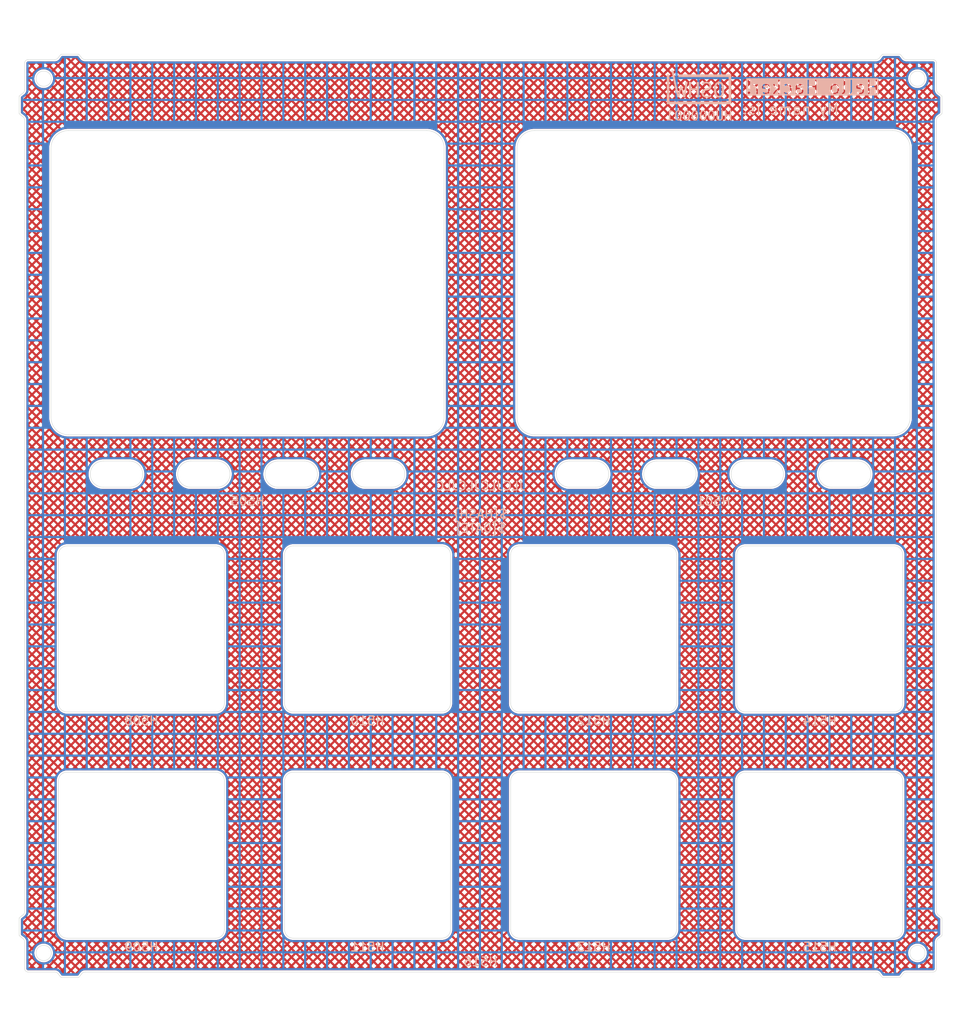
<source format=kicad_pcb>
(kicad_pcb (version 20240108) (generator "pcbnew") (generator_version "8.0")
  (layers (0 "F.Cu" signal) (31 "B.Cu" signal) (34 "B.Paste" user) (35 "F.Paste" user) (36 "B.SilkS" user "B.Silkscreen") (37 "F.SilkS" user "F.Silkscreen") (38 "B.Mask" user) (39 "F.Mask" user) (44 "Edge.Cuts" user))
  (net 0 "")
  (footprint "suku_basics:FP_BUTTON" (layer "F.Cu") (at 87.061875 138.814375)
    (property "Reference" "H511" (at 0 10.5 0) (layer "B.SilkS") (effects (justify mirror)))
    (property "Value" "Button")
    (fp_line (start -9.5 8.5) (end -9.5 -8.5) (stroke (width 0.05)) (layer "Edge.Cuts"))
    (fp_line (start -8.5 -9.5) (end 8.5 -9.5) (stroke (width 0.05)) (layer "Edge.Cuts"))
    (fp_line (start 8.5 9.5) (end -8.5 9.5) (stroke (width 0.05)) (layer "Edge.Cuts"))
    (fp_line (start 9.5 -8.5) (end 9.5 8.5) (stroke (width 0.05)) (layer "Edge.Cuts"))
    (fp_arc (start -9.5 -8.5) (mid -9.207089 -9.207089) (end -8.5 -9.5) (stroke (width 0.05)) (layer "Edge.Cuts"))
    (fp_arc (start -8.5 9.5) (mid -9.207114 9.207114) (end -9.5 8.5) (stroke (width 0.05)) (layer "Edge.Cuts"))
    (fp_arc (start 8.5 -9.5) (mid 9.207107 -9.207107) (end 9.5 -8.5) (stroke (width 0.05)) (layer "Edge.Cuts"))
    (fp_arc (start 9.5 8.5) (mid 9.207124 9.207124) (end 8.5 9.5) (stroke (width 0.05)) (layer "Edge.Cuts"))
  )
  (footprint "suku_basics:FP_BUTTON" (layer "F.Cu") (at 138.814375 112.938125)
    (property "Reference" "H514" (at 0 10.5 0) (layer "B.SilkS") (effects (justify mirror)))
    (property "Value" "Button")
    (fp_line (start -9.5 8.5) (end -9.5 -8.5) (stroke (width 0.05)) (layer "Edge.Cuts"))
    (fp_line (start -8.5 -9.5) (end 8.5 -9.5) (stroke (width 0.05)) (layer "Edge.Cuts"))
    (fp_line (start 8.5 9.5) (end -8.5 9.5) (stroke (width 0.05)) (layer "Edge.Cuts"))
    (fp_line (start 9.5 -8.5) (end 9.5 8.5) (stroke (width 0.05)) (layer "Edge.Cuts"))
    (fp_arc (start -9.5 -8.5) (mid -9.207089 -9.207089) (end -8.5 -9.5) (stroke (width 0.05)) (layer "Edge.Cuts"))
    (fp_arc (start -8.5 9.5) (mid -9.207114 9.207114) (end -9.5 8.5) (stroke (width 0.05)) (layer "Edge.Cuts"))
    (fp_arc (start 8.5 -9.5) (mid 9.207107 -9.207107) (end 9.5 -8.5) (stroke (width 0.05)) (layer "Edge.Cuts"))
    (fp_arc (start 9.5 8.5) (mid 9.207124 9.207124) (end 8.5 9.5) (stroke (width 0.05)) (layer "Edge.Cuts"))
  )
  (footprint "suku_basics:FP_BUTTON" (layer "F.Cu") (at 61.185625 138.814375)
    (property "Reference" "H509" (at 0 10.5 0) (layer "B.SilkS") (effects (justify mirror)))
    (property "Value" "Button")
    (fp_line (start -9.5 8.5) (end -9.5 -8.5) (stroke (width 0.05)) (layer "Edge.Cuts"))
    (fp_line (start -8.5 -9.5) (end 8.5 -9.5) (stroke (width 0.05)) (layer "Edge.Cuts"))
    (fp_line (start 8.5 9.5) (end -8.5 9.5) (stroke (width 0.05)) (layer "Edge.Cuts"))
    (fp_line (start 9.5 -8.5) (end 9.5 8.5) (stroke (width 0.05)) (layer "Edge.Cuts"))
    (fp_arc (start -9.5 -8.5) (mid -9.207089 -9.207089) (end -8.5 -9.5) (stroke (width 0.05)) (layer "Edge.Cuts"))
    (fp_arc (start -8.5 9.5) (mid -9.207114 9.207114) (end -9.5 8.5) (stroke (width 0.05)) (layer "Edge.Cuts"))
    (fp_arc (start 8.5 -9.5) (mid 9.207107 -9.207107) (end 9.5 -8.5) (stroke (width 0.05)) (layer "Edge.Cuts"))
    (fp_arc (start 9.5 8.5) (mid 9.207124 9.207124) (end 8.5 9.5) (stroke (width 0.05)) (layer "Edge.Cuts"))
  )
  (footprint "suku_basics:FP_BUTTON" (layer "F.Cu") (at 87.061875 112.938125)
    (property "Reference" "H510" (at 0 10.5 0) (layer "B.SilkS") (effects (justify mirror)))
    (property "Value" "Button")
    (fp_line (start -9.5 8.5) (end -9.5 -8.5) (stroke (width 0.05)) (layer "Edge.Cuts"))
    (fp_line (start -8.5 -9.5) (end 8.5 -9.5) (stroke (width 0.05)) (layer "Edge.Cuts"))
    (fp_line (start 8.5 9.5) (end -8.5 9.5) (stroke (width 0.05)) (layer "Edge.Cuts"))
    (fp_line (start 9.5 -8.5) (end 9.5 8.5) (stroke (width 0.05)) (layer "Edge.Cuts"))
    (fp_arc (start -9.5 -8.5) (mid -9.207089 -9.207089) (end -8.5 -9.5) (stroke (width 0.05)) (layer "Edge.Cuts"))
    (fp_arc (start -8.5 9.5) (mid -9.207114 9.207114) (end -9.5 8.5) (stroke (width 0.05)) (layer "Edge.Cuts"))
    (fp_arc (start 8.5 -9.5) (mid 9.207107 -9.207107) (end 9.5 -8.5) (stroke (width 0.05)) (layer "Edge.Cuts"))
    (fp_arc (start 9.5 8.5) (mid 9.207124 9.207124) (end 8.5 9.5) (stroke (width 0.05)) (layer "Edge.Cuts"))
  )
  (footprint "suku_basics:FP_OUTLINE_2" (layer "F.Cu") (at 100 100)
    (property "Reference" "H516" (at 0 51 0) (layer "B.SilkS") (effects (justify mirror)))
    (property "Value" "Outline")
    (fp_line (start -52.799999 -46.000001) (end -52.799999 -47.999999) (stroke (width 0.05)) (layer "Edge.Cuts"))
    (fp_line (start -52.799999 46.000001) (end -52.799999 47.999999) (stroke (width 0.05)) (layer "Edge.Cuts"))
    (fp_line (start -52.391736 -48.337979) (end -52.52462 -48.23693) (stroke (width 0.05)) (layer "Edge.Cuts"))
    (fp_line (start -52.391736 -45.662021) (end -52.52462 -45.76307) (stroke (width 0.05)) (layer "Edge.Cuts"))
    (fp_line (start -52.391736 45.662021) (end -52.52462 45.76307) (stroke (width 0.05)) (layer "Edge.Cuts"))
    (fp_line (start -52.391736 48.337979) (end -52.52462 48.23693) (stroke (width 0.05)) (layer "Edge.Cuts"))
    (fp_line (start -52.175 -48.75) (end -52.175 -51.8) (stroke (width 0.05)) (layer "Edge.Cuts"))
    (fp_line (start -52.175 45.25) (end -52.175 -45.25) (stroke (width 0.05)) (layer "Edge.Cuts"))
    (fp_line (start -52.175 48.75) (end -52.175 51.8) (stroke (width 0.05)) (layer "Edge.Cuts"))
    (fp_line (start -48.75 -52.175) (end -51.8 -52.175) (stroke (width 0.05)) (layer "Edge.Cuts"))
    (fp_line (start -48.75 52.175) (end -51.8 52.175) (stroke (width 0.05)) (layer "Edge.Cuts"))
    (fp_line (start -48.337979 -52.391736) (end -48.23693 -52.52462) (stroke (width 0.05)) (layer "Edge.Cuts"))
    (fp_line (start -48.337979 52.391736) (end -48.23693 52.52462) (stroke (width 0.05)) (layer "Edge.Cuts"))
    (fp_line (start -46.000001 -52.799999) (end -47.999999 -52.799999) (stroke (width 0.05)) (layer "Edge.Cuts"))
    (fp_line (start -46.000001 52.799999) (end -47.999999 52.799999) (stroke (width 0.05)) (layer "Edge.Cuts"))
    (fp_line (start -45.662021 -52.391736) (end -45.76307 -52.52462) (stroke (width 0.05)) (layer "Edge.Cuts"))
    (fp_line (start -45.662021 52.391736) (end -45.76307 52.52462) (stroke (width 0.05)) (layer "Edge.Cuts"))
    (fp_line (start -45.25 -52.175) (end 45.25 -52.175) (stroke (width 0.05)) (layer "Edge.Cuts"))
    (fp_line (start 45.25 52.175) (end -45.25 52.175) (stroke (width 0.05)) (layer "Edge.Cuts"))
    (fp_line (start 45.662021 -52.391736) (end 45.76307 -52.52462) (stroke (width 0.05)) (layer "Edge.Cuts"))
    (fp_line (start 45.662021 52.391736) (end 45.76307 52.52462) (stroke (width 0.05)) (layer "Edge.Cuts"))
    (fp_line (start 46.000001 -52.799999) (end 47.999999 -52.799999) (stroke (width 0.05)) (layer "Edge.Cuts"))
    (fp_line (start 46.000001 52.799999) (end 47.999999 52.799999) (stroke (width 0.05)) (layer "Edge.Cuts"))
    (fp_line (start 48.337979 -52.391736) (end 48.23693 -52.52462) (stroke (width 0.05)) (layer "Edge.Cuts"))
    (fp_line (start 48.337979 52.391736) (end 48.23693 52.52462) (stroke (width 0.05)) (layer "Edge.Cuts"))
    (fp_line (start 48.75 -52.175) (end 51.8 -52.175) (stroke (width 0.05)) (layer "Edge.Cuts"))
    (fp_line (start 48.75 52.175) (end 51.8 52.175) (stroke (width 0.05)) (layer "Edge.Cuts"))
    (fp_line (start 52.175 -48.75) (end 52.175 -51.8) (stroke (width 0.05)) (layer "Edge.Cuts"))
    (fp_line (start 52.175 -45.25) (end 52.175 45.25) (stroke (width 0.05)) (layer "Edge.Cuts"))
    (fp_line (start 52.175 48.75) (end 52.175 51.8) (stroke (width 0.05)) (layer "Edge.Cuts"))
    (fp_line (start 52.391736 -48.337979) (end 52.52462 -48.23693) (stroke (width 0.05)) (layer "Edge.Cuts"))
    (fp_line (start 52.391736 -45.662021) (end 52.52462 -45.76307) (stroke (width 0.05)) (layer "Edge.Cuts"))
    (fp_line (start 52.391736 45.662021) (end 52.52462 45.76307) (stroke (width 0.05)) (layer "Edge.Cuts"))
    (fp_line (start 52.391736 48.337979) (end 52.52462 48.23693) (stroke (width 0.05)) (layer "Edge.Cuts"))
    (fp_line (start 52.799999 -46.000001) (end 52.799999 -47.999999) (stroke (width 0.05)) (layer "Edge.Cuts"))
    (fp_line (start 52.799999 46.000001) (end 52.799999 47.999999) (stroke (width 0.05)) (layer "Edge.Cuts"))
    (fp_arc (start -52.799999 -47.999999) (mid -52.669574 -48.126908) (end -52.52462 -48.23693) (stroke (width 0.05)) (layer "Edge.Cuts"))
    (fp_arc (start -52.799999 46.000001) (mid -52.669574 45.873092) (end -52.52462 45.76307) (stroke (width 0.05)) (layer "Edge.Cuts"))
    (fp_arc (start -52.52462 -45.76307) (mid -52.669574 -45.873092) (end -52.799999 -46.000001) (stroke (width 0.05)) (layer "Edge.Cuts"))
    (fp_arc (start -52.52462 48.23693) (mid -52.669574 48.126908) (end -52.799999 47.999999) (stroke (width 0.05)) (layer "Edge.Cuts"))
    (fp_arc (start -52.391736 -45.662021) (mid -52.232489 -45.482774) (end -52.175 -45.25) (stroke (width 0.05)) (layer "Edge.Cuts"))
    (fp_arc (start -52.391736 48.337979) (mid -52.232489 48.517226) (end -52.175 48.75) (stroke (width 0.05)) (layer "Edge.Cuts"))
    (fp_arc (start -52.175 -51.8) (mid -52.065165 -52.065165) (end -51.8 -52.175) (stroke (width 0.05)) (layer "Edge.Cuts"))
    (fp_arc (start -52.175 -48.75) (mid -52.232489 -48.517226) (end -52.391736 -48.337979) (stroke (width 0.05)) (layer "Edge.Cuts"))
    (fp_arc (start -52.175 45.25) (mid -52.232489 45.482774) (end -52.391736 45.662021) (stroke (width 0.05)) (layer "Edge.Cuts"))
    (fp_arc (start -51.8 52.175) (mid -52.065165 52.065165) (end -52.175 51.8) (stroke (width 0.05)) (layer "Edge.Cuts"))
    (fp_arc (start -48.75 52.175) (mid -48.517226 52.232489) (end -48.337979 52.391736) (stroke (width 0.05)) (layer "Edge.Cuts"))
    (fp_arc (start -48.337979 -52.391736) (mid -48.517226 -52.232489) (end -48.75 -52.175) (stroke (width 0.05)) (layer "Edge.Cuts"))
    (fp_arc (start -48.23693 -52.52462) (mid -48.126908 -52.669574) (end -47.999999 -52.799999) (stroke (width 0.05)) (layer "Edge.Cuts"))
    (fp_arc (start -47.999999 52.799999) (mid -48.126908 52.669574) (end -48.23693 52.52462) (stroke (width 0.05)) (layer "Edge.Cuts"))
    (fp_arc (start -46.000001 -52.799999) (mid -45.873092 -52.669574) (end -45.76307 -52.52462) (stroke (width 0.05)) (layer "Edge.Cuts"))
    (fp_arc (start -45.76307 52.52462) (mid -45.873092 52.669574) (end -46.000001 52.799999) (stroke (width 0.05)) (layer "Edge.Cuts"))
    (fp_arc (start -45.662021 52.391736) (mid -45.482774 52.232489) (end -45.25 52.175) (stroke (width 0.05)) (layer "Edge.Cuts"))
    (fp_arc (start -45.25 -52.175) (mid -45.482774 -52.232489) (end -45.662021 -52.391736) (stroke (width 0.05)) (layer "Edge.Cuts"))
    (fp_arc (start 45.25 52.175) (mid 45.482775 52.232489) (end 45.662021 52.391736) (stroke (width 0.05)) (layer "Edge.Cuts"))
    (fp_arc (start 45.662021 -52.391736) (mid 45.482774 -52.232489) (end 45.25 -52.175) (stroke (width 0.05)) (layer "Edge.Cuts"))
    (fp_arc (start 45.76307 -52.52462) (mid 45.873092 -52.669574) (end 46.000001 -52.799999) (stroke (width 0.05)) (layer "Edge.Cuts"))
    (fp_arc (start 46.000001 52.799999) (mid 45.873092 52.669574) (end 45.76307 52.52462) (stroke (width 0.05)) (layer "Edge.Cuts"))
    (fp_arc (start 47.999999 -52.799999) (mid 48.126908 -52.669574) (end 48.23693 -52.52462) (stroke (width 0.05)) (layer "Edge.Cuts"))
    (fp_arc (start 48.23693 52.52462) (mid 48.126908 52.669574) (end 47.999999 52.799999) (stroke (width 0.05)) (layer "Edge.Cuts"))
    (fp_arc (start 48.337979 52.391736) (mid 48.517226 52.232489) (end 48.75 52.175) (stroke (width 0.05)) (layer "Edge.Cuts"))
    (fp_arc (start 48.75 -52.175) (mid 48.517225 -52.232489) (end 48.337979 -52.391736) (stroke (width 0.05)) (layer "Edge.Cuts"))
    (fp_arc (start 51.8 -52.175) (mid 52.065165 -52.065165) (end 52.175 -51.8) (stroke (width 0.05)) (layer "Edge.Cuts"))
    (fp_arc (start 52.175 -45.25) (mid 52.232489 -45.482775) (end 52.391736 -45.662021) (stroke (width 0.05)) (layer "Edge.Cuts"))
    (fp_arc (start 52.175 48.75) (mid 52.232489 48.517225) (end 52.391736 48.337979) (stroke (width 0.05)) (layer "Edge.Cuts"))
    (fp_arc (start 52.175 51.8) (mid 52.065165 52.065165) (end 51.8 52.175) (stroke (width 0.05)) (layer "Edge.Cuts"))
    (fp_arc (start 52.391736 -48.337979) (mid 52.232489 -48.517226) (end 52.175 -48.75) (stroke (width 0.05)) (layer "Edge.Cuts"))
    (fp_arc (start 52.391736 45.662021) (mid 52.232489 45.482774) (end 52.175 45.25) (stroke (width 0.05)) (layer "Edge.Cuts"))
    (fp_arc (start 52.52462 -48.23693) (mid 52.669574 -48.126908) (end 52.799999 -47.999999) (stroke (width 0.05)) (layer "Edge.Cuts"))
    (fp_arc (start 52.52462 45.76307) (mid 52.669574 45.873092) (end 52.799999 46.000001) (stroke (width 0.05)) (layer "Edge.Cuts"))
    (fp_arc (start 52.799999 -46.000001) (mid 52.669574 -45.873092) (end 52.52462 -45.76307) (stroke (width 0.05)) (layer "Edge.Cuts"))
    (fp_arc (start 52.799999 47.999999) (mid 52.669574 48.126908) (end 52.52462 48.23693) (stroke (width 0.05)) (layer "Edge.Cuts"))
    (fp_circle (center -50 -50) (end -49.125 -50) (stroke (width 0.05)) (fill none) (layer "Edge.Cuts"))
    (fp_circle (center -50 50) (end -49.125 50) (stroke (width 0.05)) (fill none) (layer "Edge.Cuts"))
    (fp_circle (center 50 -50) (end 50.875 -50) (stroke (width 0.05)) (fill none) (layer "Edge.Cuts"))
    (fp_circle (center 50 50) (end 50.875 50) (stroke (width 0.05)) (fill none) (layer "Edge.Cuts"))
  )
  (footprint "suku_basics:FP_SCREEN" (layer "F.Cu") (at 73.33 73.33)
    (property "Reference" "H505" (at 0 25 0) (layer "B.SilkS") (effects (justify mirror)))
    (property "Value" "Screen")
    (fp_line (start -22.5 15.4) (end -22.5 -15.4) (stroke (width 0.05)) (layer "Edge.Cuts"))
    (fp_line (start -20.5 -17.4) (end 20.5 -17.4) (stroke (width 0.05)) (layer "Edge.Cuts"))
    (fp_line (start -16.5 20.4) (end -13.5 20.4) (stroke (width 0.05)) (layer "Edge.Cuts"))
    (fp_line (start -13.5 23.4) (end -16.5 23.4) (stroke (width 0.05)) (layer "Edge.Cuts"))
    (fp_line (start -6.5 20.4) (end -3.5 20.4) (stroke (width 0.05)) (layer "Edge.Cuts"))
    (fp_line (start -3.5 23.4) (end -6.5 23.4) (stroke (width 0.05)) (layer "Edge.Cuts"))
    (fp_line (start 3.5 20.4) (end 6.5 20.4) (stroke (width 0.05)) (layer "Edge.Cuts"))
    (fp_line (start 6.5 23.4) (end 3.5 23.4) (stroke (width 0.05)) (layer "Edge.Cuts"))
    (fp_line (start 13.5 20.4) (end 16.5 20.4) (stroke (width 0.05)) (layer "Edge.Cuts"))
    (fp_line (start 16.5 23.4) (end 13.5 23.4) (stroke (width 0.05)) (layer "Edge.Cuts"))
    (fp_line (start 20.5 17.4) (end -20.5 17.4) (stroke (width 0.05)) (layer "Edge.Cuts"))
    (fp_line (start 22.5 -15.4) (end 22.5 15.4) (stroke (width 0.05)) (layer "Edge.Cuts"))
    (fp_arc (start -22.5 -15.4) (mid -21.914214 -16.814214) (end -20.5 -17.4) (stroke (width 0.05)) (layer "Edge.Cuts"))
    (fp_arc (start -20.5 17.4) (mid -21.914214 16.814214) (end -22.5 15.4) (stroke (width 0.05)) (layer "Edge.Cuts"))
    (fp_arc (start -18 21.9) (mid -17.56066 20.83934) (end -16.5 20.4) (stroke (width 0.05)) (layer "Edge.Cuts"))
    (fp_arc (start -16.5 23.4) (mid -17.56066 22.96066) (end -18 21.9) (stroke (width 0.05)) (layer "Edge.Cuts"))
    (fp_arc (start -13.5 20.4) (mid -12.43934 20.83934) (end -12 21.9) (stroke (width 0.05)) (layer "Edge.Cuts"))
    (fp_arc (start -12 21.9) (mid -12.43934 22.96066) (end -13.5 23.4) (stroke (width 0.05)) (layer "Edge.Cuts"))
    (fp_arc (start -8 21.9) (mid -7.56066 20.83934) (end -6.5 20.4) (stroke (width 0.05)) (layer "Edge.Cuts"))
    (fp_arc (start -6.5 23.4) (mid -7.56066 22.96066) (end -8 21.9) (stroke (width 0.05)) (layer "Edge.Cuts"))
    (fp_arc (start -3.5 20.4) (mid -2.43934 20.83934) (end -2 21.9) (stroke (width 0.05)) (layer "Edge.Cuts"))
    (fp_arc (start -2 21.9) (mid -2.43934 22.96066) (end -3.5 23.4) (stroke (width 0.05)) (layer "Edge.Cuts"))
    (fp_arc (start 2 21.9) (mid 2.43934 20.83934) (end 3.5 20.4) (stroke (width 0.05)) (layer "Edge.Cuts"))
    (fp_arc (start 3.5 23.4) (mid 2.43934 22.96066) (end 2 21.9) (stroke (width 0.05)) (layer "Edge.Cuts"))
    (fp_arc (start 6.5 20.4) (mid 7.56066 20.83934) (end 8 21.9) (stroke (width 0.05)) (layer "Edge.Cuts"))
    (fp_arc (start 8 21.9) (mid 7.56066 22.96066) (end 6.5 23.4) (stroke (width 0.05)) (layer "Edge.Cuts"))
    (fp_arc (start 12 21.9) (mid 12.43934 20.83934) (end 13.5 20.4) (stroke (width 0.05)) (layer "Edge.Cuts"))
    (fp_arc (start 13.5 23.4) (mid 12.43934 22.96066) (end 12 21.9) (stroke (width 0.05)) (layer "Edge.Cuts"))
    (fp_arc (start 16.5 20.4) (mid 17.56066 20.83934) (end 18 21.9) (stroke (width 0.05)) (layer "Edge.Cuts"))
    (fp_arc (start 18 21.9) (mid 17.56066 22.96066) (end 16.5 23.4) (stroke (width 0.05)) (layer "Edge.Cuts"))
    (fp_arc (start 20.5 -17.4) (mid 21.914214 -16.814214) (end 22.5 -15.4) (stroke (width 0.05)) (layer "Edge.Cuts"))
    (fp_arc (start 22.5 15.4) (mid 21.914214 16.814214) (end 20.5 17.4) (stroke (width 0.05)) (layer "Edge.Cuts"))
  )
  (footprint "suku_basics:FP_BUTTON" (layer "F.Cu") (at 112.938125 112.938125)
    (property "Reference" "H512" (at 0 10.5 0) (layer "B.SilkS") (effects (justify mirror)))
    (property "Value" "Button")
    (fp_line (start -9.5 8.5) (end -9.5 -8.5) (stroke (width 0.05)) (layer "Edge.Cuts"))
    (fp_line (start -8.5 -9.5) (end 8.5 -9.5) (stroke (width 0.05)) (layer "Edge.Cuts"))
    (fp_line (start 8.5 9.5) (end -8.5 9.5) (stroke (width 0.05)) (layer "Edge.Cuts"))
    (fp_line (start 9.5 -8.5) (end 9.5 8.5) (stroke (width 0.05)) (layer "Edge.Cuts"))
    (fp_arc (start -9.5 -8.5) (mid -9.207089 -9.207089) (end -8.5 -9.5) (stroke (width 0.05)) (layer "Edge.Cuts"))
    (fp_arc (start -8.5 9.5) (mid -9.207114 9.207114) (end -9.5 8.5) (stroke (width 0.05)) (layer "Edge.Cuts"))
    (fp_arc (start 8.5 -9.5) (mid 9.207107 -9.207107) (end 9.5 -8.5) (stroke (width 0.05)) (layer "Edge.Cuts"))
    (fp_arc (start 9.5 8.5) (mid 9.207124 9.207124) (end 8.5 9.5) (stroke (width 0.05)) (layer "Edge.Cuts"))
  )
  (footprint "suku_basics:FP_SCREEN" (layer "F.Cu") (at 126.67 73.33)
    (property "Reference" "H501" (at 0 25 0) (layer "B.SilkS") (effects (justify mirror)))
    (property "Value" "Screen")
    (fp_line (start -22.5 15.4) (end -22.5 -15.4) (stroke (width 0.05)) (layer "Edge.Cuts"))
    (fp_line (start -20.5 -17.4) (end 20.5 -17.4) (stroke (width 0.05)) (layer "Edge.Cuts"))
    (fp_line (start -16.5 20.4) (end -13.5 20.4) (stroke (width 0.05)) (layer "Edge.Cuts"))
    (fp_line (start -13.5 23.4) (end -16.5 23.4) (stroke (width 0.05)) (layer "Edge.Cuts"))
    (fp_line (start -6.5 20.4) (end -3.5 20.4) (stroke (width 0.05)) (layer "Edge.Cuts"))
    (fp_line (start -3.5 23.4) (end -6.5 23.4) (stroke (width 0.05)) (layer "Edge.Cuts"))
    (fp_line (start 3.5 20.4) (end 6.5 20.4) (stroke (width 0.05)) (layer "Edge.Cuts"))
    (fp_line (start 6.5 23.4) (end 3.5 23.4) (stroke (width 0.05)) (layer "Edge.Cuts"))
    (fp_line (start 13.5 20.4) (end 16.5 20.4) (stroke (width 0.05)) (layer "Edge.Cuts"))
    (fp_line (start 16.5 23.4) (end 13.5 23.4) (stroke (width 0.05)) (layer "Edge.Cuts"))
    (fp_line (start 20.5 17.4) (end -20.5 17.4) (stroke (width 0.05)) (layer "Edge.Cuts"))
    (fp_line (start 22.5 -15.4) (end 22.5 15.4) (stroke (width 0.05)) (layer "Edge.Cuts"))
    (fp_arc (start -22.5 -15.4) (mid -21.914214 -16.814214) (end -20.5 -17.4) (stroke (width 0.05)) (layer "Edge.Cuts"))
    (fp_arc (start -20.5 17.4) (mid -21.914214 16.814214) (end -22.5 15.4) (stroke (width 0.05)) (layer "Edge.Cuts"))
    (fp_arc (start -18 21.9) (mid -17.56066 20.83934) (end -16.5 20.4) (stroke (width 0.05)) (layer "Edge.Cuts"))
    (fp_arc (start -16.5 23.4) (mid -17.56066 22.96066) (end -18 21.9) (stroke (width 0.05)) (layer "Edge.Cuts"))
    (fp_arc (start -13.5 20.4) (mid -12.43934 20.83934) (end -12 21.9) (stroke (width 0.05)) (layer "Edge.Cuts"))
    (fp_arc (start -12 21.9) (mid -12.43934 22.96066) (end -13.5 23.4) (stroke (width 0.05)) (layer "Edge.Cuts"))
    (fp_arc (start -8 21.9) (mid -7.56066 20.83934) (end -6.5 20.4) (stroke (width 0.05)) (layer "Edge.Cuts"))
    (fp_arc (start -6.5 23.4) (mid -7.56066 22.96066) (end -8 21.9) (stroke (width 0.05)) (layer "Edge.Cuts"))
    (fp_arc (start -3.5 20.4) (mid -2.43934 20.83934) (end -2 21.9) (stroke (width 0.05)) (layer "Edge.Cuts"))
    (fp_arc (start -2 21.9) (mid -2.43934 22.96066) (end -3.5 23.4) (stroke (width 0.05)) (layer "Edge.Cuts"))
    (fp_arc (start 2 21.9) (mid 2.43934 20.83934) (end 3.5 20.4) (stroke (width 0.05)) (layer "Edge.Cuts"))
    (fp_arc (start 3.5 23.4) (mid 2.43934 22.96066) (end 2 21.9) (stroke (width 0.05)) (layer "Edge.Cuts"))
    (fp_arc (start 6.5 20.4) (mid 7.56066 20.83934) (end 8 21.9) (stroke (width 0.05)) (layer "Edge.Cuts"))
    (fp_arc (start 8 21.9) (mid 7.56066 22.96066) (end 6.5 23.4) (stroke (width 0.05)) (layer "Edge.Cuts"))
    (fp_arc (start 12 21.9) (mid 12.43934 20.83934) (end 13.5 20.4) (stroke (width 0.05)) (layer "Edge.Cuts"))
    (fp_arc (start 13.5 23.4) (mid 12.43934 22.96066) (end 12 21.9) (stroke (width 0.05)) (layer "Edge.Cuts"))
    (fp_arc (start 16.5 20.4) (mid 17.56066 20.83934) (end 18 21.9) (stroke (width 0.05)) (layer "Edge.Cuts"))
    (fp_arc (start 18 21.9) (mid 17.56066 22.96066) (end 16.5 23.4) (stroke (width 0.05)) (layer "Edge.Cuts"))
    (fp_arc (start 20.5 -17.4) (mid 21.914214 -16.814214) (end 22.5 -15.4) (stroke (width 0.05)) (layer "Edge.Cuts"))
    (fp_arc (start 22.5 15.4) (mid 21.914214 16.814214) (end 20.5 17.4) (stroke (width 0.05)) (layer "Edge.Cuts"))
  )
  (footprint "suku_basics:FP_BUTTON" (layer "F.Cu") (at 61.185625 112.938125)
    (property "Reference" "H508" (at 0 10.5 0) (layer "B.SilkS") (effects (justify mirror)))
    (property "Value" "Button")
    (fp_line (start -9.5 8.5) (end -9.5 -8.5) (stroke (width 0.05)) (layer "Edge.Cuts"))
    (fp_line (start -8.5 -9.5) (end 8.5 -9.5) (stroke (width 0.05)) (layer "Edge.Cuts"))
    (fp_line (start 8.5 9.5) (end -8.5 9.5) (stroke (width 0.05)) (layer "Edge.Cuts"))
    (fp_line (start 9.5 -8.5) (end 9.5 8.5) (stroke (width 0.05)) (layer "Edge.Cuts"))
    (fp_arc (start -9.5 -8.5) (mid -9.207089 -9.207089) (end -8.5 -9.5) (stroke (width 0.05)) (layer "Edge.Cuts"))
    (fp_arc (start -8.5 9.5) (mid -9.207114 9.207114) (end -9.5 8.5) (stroke (width 0.05)) (layer "Edge.Cuts"))
    (fp_arc (start 8.5 -9.5) (mid 9.207107 -9.207107) (end 9.5 -8.5) (stroke (width 0.05)) (layer "Edge.Cuts"))
    (fp_arc (start 9.5 8.5) (mid 9.207124 9.207124) (end 8.5 9.5) (stroke (width 0.05)) (layer "Edge.Cuts"))
  )
  (footprint "suku_basics:FP_BUTTON" (layer "F.Cu") (at 138.814375 138.814375)
    (property "Reference" "H515" (at 0 10.5 0) (layer "B.SilkS") (effects (justify mirror)))
    (property "Value" "Button")
    (fp_line (start -9.5 8.5) (end -9.5 -8.5) (stroke (width 0.05)) (layer "Edge.Cuts"))
    (fp_line (start -8.5 -9.5) (end 8.5 -9.5) (stroke (width 0.05)) (layer "Edge.Cuts"))
    (fp_line (start 8.5 9.5) (end -8.5 9.5) (stroke (width 0.05)) (layer "Edge.Cuts"))
    (fp_line (start 9.5 -8.5) (end 9.5 8.5) (stroke (width 0.05)) (layer "Edge.Cuts"))
    (fp_arc (start -9.5 -8.5) (mid -9.207089 -9.207089) (end -8.5 -9.5) (stroke (width 0.05)) (layer "Edge.Cuts"))
    (fp_arc (start -8.5 9.5) (mid -9.207114 9.207114) (end -9.5 8.5) (stroke (width 0.05)) (layer "Edge.Cuts"))
    (fp_arc (start 8.5 -9.5) (mid 9.207107 -9.207107) (end 9.5 -8.5) (stroke (width 0.05)) (layer "Edge.Cuts"))
    (fp_arc (start 9.5 8.5) (mid 9.207124 9.207124) (end 8.5 9.5) (stroke (width 0.05)) (layer "Edge.Cuts"))
  )
  (footprint "suku_basics:FP_BUTTON" (layer "F.Cu") (at 112.938125 138.814375)
    (property "Reference" "H513" (at 0 10.5 0) (layer "B.SilkS") (effects (justify mirror)))
    (property "Value" "Button")
    (fp_line (start -9.5 8.5) (end -9.5 -8.5) (stroke (width 0.05)) (layer "Edge.Cuts"))
    (fp_line (start -8.5 -9.5) (end 8.5 -9.5) (stroke (width 0.05)) (layer "Edge.Cuts"))
    (fp_line (start 8.5 9.5) (end -8.5 9.5) (stroke (width 0.05)) (layer "Edge.Cuts"))
    (fp_line (start 9.5 -8.5) (end 9.5 8.5) (stroke (width 0.05)) (layer "Edge.Cuts"))
    (fp_arc (start -9.5 -8.5) (mid -9.207089 -9.207089) (end -8.5 -9.5) (stroke (width 0.05)) (layer "Edge.Cuts"))
    (fp_arc (start -8.5 9.5) (mid -9.207114 9.207114) (end -9.5 8.5) (stroke (width 0.05)) (layer "Edge.Cuts"))
    (fp_arc (start 8.5 -9.5) (mid 9.207107 -9.207107) (end 9.5 -8.5) (stroke (width 0.05)) (layer "Edge.Cuts"))
    (fp_arc (start 9.5 8.5) (mid 9.207124 9.207124) (end 8.5 9.5) (stroke (width 0.05)) (layer "Edge.Cuts"))
  )
  (footprint "suku_basics:OSHWA" (layer "B.Cu") (at 125 52 180)
    (property "Reference" "H502" (hide yes))
    (property "Value" "Outline" (hide yes))
    (fp_poly (pts (xy 3.689316 -0.925456) (xy -3.689315 -0.925456) (xy -3.689315 2.488724) (xy 2.37617 2.488724) (xy 2.37617 2.176071) (xy -3.389168 2.176071) (xy -3.389168 -0.625308) (xy 3.389071 -0.625308) (xy 3.392246 0.928582) (xy 3.395421 2.482471) (xy 3.542369 2.485995) (xy 3.689316 2.489518)) (fill solid) (layer "B.SilkS"))
    (fp_poly (pts (xy 0.146948 1.623126) (xy 0.268883 1.619547) (xy 0.275519 0.900443) (xy 0.91295 0.900443) (xy 0.91295 1.6258) (xy 1.150567 1.6258) (xy 1.150567 -0.125062) (xy 0.91295 -0.125062) (xy 0.91295 0.700344) (xy 0.275136 0.700344) (xy 0.275136 -0.125062) (xy 0.025013 -0.125062) (xy 0.025013 1.626706)) (fill solid) (layer "B.SilkS"))
    (fp_poly (pts (xy -3.526735 -2.088528) (xy -3.101526 -2.088528) (xy -3.101526 -1.613294) (xy -2.951452 -1.613294) (xy -2.951452 -2.763861) (xy -3.101038 -2.763861) (xy -3.104409 -2.491852) (xy -3.107779 -2.219843) (xy -3.526735 -2.212985) (xy -3.526735 -2.763861) (xy -3.689315 -2.763861) (xy -3.689315 -1.613294) (xy -3.526735 -1.613294)) (fill solid) (layer "B.SilkS"))
    (fp_poly (pts (xy 2.423363 -2.099022) (xy 2.455397 -2.12638) (xy 2.472875 -2.164417) (xy 2.473375 -2.206947) (xy 2.454476 -2.247785) (xy 2.445522 -2.25793) (xy 2.405042 -2.283341) (xy 2.360014 -2.288196) (xy 2.318075 -2.272398) (xy 2.303313 -2.259682) (xy 2.278977 -2.218539) (xy 2.275667 -2.175058) (xy 2.290781 -2.135108) (xy 2.321718 -2.104558) (xy 2.365875 -2.089276) (xy 2.379195 -2.088528)) (fill solid) (layer "B.SilkS"))
    (fp_poly (pts (xy 1.472895 -2.099022) (xy 1.504929 -2.12638) (xy 1.522407 -2.164417) (xy 1.522907 -2.206947) (xy 1.504008 -2.247785) (xy 1.495054 -2.25793) (xy 1.454575 -2.283341) (xy 1.409546 -2.288196) (xy 1.367607 -2.272398) (xy 1.352845 -2.259682) (xy 1.328509 -2.218539) (xy 1.325199 -2.175058) (xy 1.340313 -2.135108) (xy 1.37125 -2.104558) (xy 1.415407 -2.089276) (xy 1.428727 -2.088528)) (fill solid) (layer "B.SilkS"))
    (fp_poly (pts (xy 0.522427 -2.099022) (xy 0.554461 -2.12638) (xy 0.571939 -2.164417) (xy 0.57244 -2.206947) (xy 0.55354 -2.247785) (xy 0.544587 -2.25793) (xy 0.504107 -2.283341) (xy 0.459078 -2.288196) (xy 0.417139 -2.272398) (xy 0.402377 -2.259682) (xy 0.378041 -2.218539) (xy 0.374731 -2.175058) (xy 0.389846 -2.135108) (xy 0.420782 -2.104558) (xy 0.464939 -2.089276) (xy 0.478259 -2.088528)) (fill solid) (layer "B.SilkS"))
    (fp_poly (pts (xy -0.428041 -2.099022) (xy -0.396007 -2.12638) (xy -0.378529 -2.164417) (xy -0.378028 -2.206947) (xy -0.396927 -2.247785) (xy -0.405881 -2.25793) (xy -0.446361 -2.283341) (xy -0.491389 -2.288196) (xy -0.533328 -2.272398) (xy -0.54809 -2.259682) (xy -0.572426 -2.218539) (xy -0.575736 -2.175058) (xy -0.560622 -2.135108) (xy -0.529686 -2.104558) (xy -0.485529 -2.089276) (xy -0.472209 -2.088528)) (fill solid) (layer "B.SilkS"))
    (fp_poly (pts (xy -1.366002 -2.099022) (xy -1.333968 -2.12638) (xy -1.31649 -2.164417) (xy -1.31599 -2.206947) (xy -1.334889 -2.247785) (xy -1.343843 -2.25793) (xy -1.384322 -2.283341) (xy -1.429351 -2.288196) (xy -1.47129 -2.272398) (xy -1.486052 -2.259682) (xy -1.510388 -2.218539) (xy -1.513698 -2.175058) (xy -1.498584 -2.135108) (xy -1.467647 -2.104558) (xy -1.42349 -2.089276) (xy -1.41017 -2.088528)) (fill solid) (layer "B.SilkS"))
    (fp_poly (pts (xy 3.439193 -2.626293) (xy 3.67681 -2.626293) (xy 3.67681 -2.763861) (xy 3.037689 -2.763861) (xy 3.041469 -2.698203) (xy 3.045249 -2.632546) (xy 3.167184 -2.628966) (xy 3.289119 -2.625387) (xy 3.289119 -2.194378) (xy 3.288777 -2.074495) (xy 3.287778 -1.971946) (xy 3.286163 -1.888188) (xy 3.283972 -1.824679) (xy 3.281247 -1.782877) (xy 3.278027 -1.76424) (xy 3.277097 -1.763368) (xy 3.260168 -1.766055) (xy 3.225245 -1.773232) (xy 3.178662 -1.78357) (xy 3.157804 -1.78838) (xy 3.108191 -1.799632) (xy 3.067562 -1.808258) (xy 3.042296 -1.81293) (xy 3.037888 -1.813393) (xy 3.031169 -1.801857) (xy 3.028386 -1.770697) (xy 3.028992 -1.742407) (xy 3.032743 -1.671421) (xy 3.157804 -1.642959) (xy 3.221273 -1.630301) (xy 3.285815 -1.620393) (xy 3.341191 -1.614699) (xy 3.361029 -1.613896) (xy 3.439193 -1.613294)) (fill solid) (layer "B.SilkS"))
    (fp_poly (pts (xy -2.561065 -2.0883) (xy -2.557508 -2.563306) (xy -2.519948 -2.600854) (xy -2.471266 -2.633373) (xy -2.409462 -2.651483) (xy -2.342226 -2.654652) (xy -2.277249 -2.642346) (xy -2.231814 -2.62084) (xy -2.214905 -2.608756) (xy -2.201041 -2.59515) (xy -2.189922 -2.577563) (xy -2.181246 -2.553532) (xy -2.17471 -2.520598) (xy -2.170015 -2.4763) (xy -2.166857 -2.418177) (xy -2.164936 -2.343768) (xy -2.16395 -2.250614) (xy -2.163598 -2.136253) (xy -2.163564 -2.063918) (xy -2.163564 -1.613294) (xy -1.998864 -1.613294) (xy -2.004222 -2.072895) (xy -2.006032 -2.205355) (xy -2.008145 -2.314667) (xy -2.01064 -2.402695) (xy -2.0136 -2.471303) (xy -2.017104 -2.522353) (xy -2.021235 -2.557709) (xy -2.026072 -2.579236) (xy -2.026235 -2.579707) (xy -2.061961 -2.646483) (xy -2.11637 -2.704712) (xy -2.18322 -2.74789) (xy -2.191159 -2.751482) (xy -2.248615 -2.76959) (xy -2.317403 -2.781305) (xy -2.387483 -2.785695) (xy -2.448813 -2.781827) (xy -2.469965 -2.7774) (xy -2.559864 -2.741802) (xy -2.631084 -2.690092) (xy -2.68309 -2.622692) (xy -2.694035 -2.60128) (xy -2.700795 -2.585557) (xy -2.706311 -2.568715) (xy -2.710737 -2.548089) (xy -2.714227 -2.52101) (xy -2.716934 -2.484812) (xy -2.719011 -2.436829) (xy -2.720611 -2.374392) (xy -2.721887 -2.294836) (xy -2.722993 -2.195492) (xy -2.724036 -2.079149) (xy -2.727983 -1.613294) (xy -2.564621 -1.613294)) (fill solid) (layer "B.SilkS"))
    (fp_poly (pts (xy 2.479267 -1.612912) (xy 2.544266 -1.637705) (xy 2.599169 -1.679949) (xy 2.633148 -1.719274) (xy 2.674326 -1.78977) (xy 2.706844 -1.879346) (xy 2.730172 -1.983428) (xy 2.743778 -2.09744) (xy 2.74713 -2.216809) (xy 2.739698 -2.336958) (xy 2.720951 -2.453315) (xy 2.719279 -2.460853) (xy 2.685784 -2.566283) (xy 2.637453 -2.652461) (xy 2.574704 -2.718771) (xy 2.520358 -2.754112) (xy 2.462001 -2.774198) (xy 2.391637 -2.783817) (xy 2.320306 -2.782224) (xy 2.266388 -2.771248) (xy 2.190068 -2.734152) (xy 2.12676 -2.676662) (xy 2.07604 -2.598241) (xy 2.037481 -2.498348) (xy 2.029936 -2.47091) (xy 2.018323 -2.407332) (xy 2.010576 -2.326836) (xy 2.006695 -2.23636) (xy 2.006682 -2.144806) (xy 2.167182 -2.144806) (xy 2.16743 -2.28475) (xy 2.177721 -2.402029) (xy 2.198129 -2.496918) (xy 2.228728 -2.569692) (xy 2.269592 -2.620626) (xy 2.3012 -2.641906) (xy 2.354246 -2.66084) (xy 2.403413 -2.659264) (xy 2.446617 -2.643425) (xy 2.48408 -2.616016) (xy 2.516627 -2.575561) (xy 2.519016 -2.571514) (xy 2.542248 -2.52449) (xy 2.559405 -2.473242) (xy 2.57121 -2.413306) (xy 2.578386 -2.340213) (xy 2.581657 -2.249498) (xy 2.58204 -2.182324) (xy 2.579984 -2.074424) (xy 2.573824 -1.987609) (xy 2.562709 -1.918165) (xy 2.545787 -1.862378) (xy 2.522209 -1.816533) (xy 2.491124 -1.776917) (xy 2.488534 -1.774164) (xy 2.458625 -1.745356) (xy 2.432972 -1.73103) (xy 2.400092 -1.726228) (xy 2.376635 -1.72585) (xy 2.335154 -1.727808) (xy 2.306456 -1.736951) (xy 2.278799 -1.75818) (xy 2.263454 -1.773092) (xy 2.232664 -1.809168) (xy 2.20913 -1.850513) (xy 2.19183 -1.901075) (xy 2.179739 -1.964803) (xy 2.171835 -2.045647) (xy 2.167182 -2.144806) (xy 2.006682 -2.144806) (xy 2.006682 -2.142843) (xy 2.010537 -2.053224) (xy 2.018263 -1.97444) (xy 2.029855 -1.913442) (xy 2.059663 -1.823267) (xy 2.096259 -1.751266) (xy 2.143074 -1.690827) (xy 2.148311 -1.685308) (xy 2.199716 -1.642072) (xy 2.257261 -1.615278) (xy 2.326695 -1.60302) (xy 2.398093 -1.602551)) (fill solid) (layer "B.SilkS"))
    (fp_poly (pts (xy 1.528799 -1.612912) (xy 1.593798 -1.637705) (xy 1.648701 -1.679949) (xy 1.68268 -1.719274) (xy 1.723858 -1.78977) (xy 1.756376 -1.879346) (xy 1.779704 -1.983428) (xy 1.79331 -2.09744) (xy 1.796663 -2.216809) (xy 1.789231 -2.336958) (xy 1.770483 -2.453315) (xy 1.768811 -2.460853) (xy 1.735316 -2.566283) (xy 1.686986 -2.652461) (xy 1.624236 -2.718771) (xy 1.569891 -2.754112) (xy 1.511533 -2.774198) (xy 1.44117 -2.783817) (xy 1.369838 -2.782224) (xy 1.31592 -2.771248) (xy 1.239601 -2.734152) (xy 1.176293 -2.676662) (xy 1.125572 -2.598241) (xy 1.087013 -2.498348) (xy 1.079469 -2.47091) (xy 1.067856 -2.407332) (xy 1.060108 -2.326836) (xy 1.056227 -2.23636) (xy 1.056214 -2.144806) (xy 1.216714 -2.144806) (xy 1.216962 -2.28475) (xy 1.227253 -2.402029) (xy 1.247661 -2.496918) (xy 1.27826 -2.569692) (xy 1.319124 -2.620626) (xy 1.350732 -2.641906) (xy 1.403779 -2.66084) (xy 1.452946 -2.659264) (xy 1.496149 -2.643425) (xy 1.533612 -2.616016) (xy 1.566159 -2.575561) (xy 1.568548 -2.571514) (xy 1.59178 -2.52449) (xy 1.608937 -2.473242) (xy 1.620742 -2.413306) (xy 1.627918 -2.340213) (xy 1.631189 -2.249498) (xy 1.631572 -2.182324) (xy 1.629516 -2.074424) (xy 1.623356 -1.987609) (xy 1.612241 -1.918165) (xy 1.59532 -1.862378) (xy 1.571742 -1.816533) (xy 1.540656 -1.776917) (xy 1.538066 -1.774164) (xy 1.508157 -1.745356) (xy 1.482504 -1.73103) (xy 1.449624 -1.726228) (xy 1.426167 -1.72585) (xy 1.384686 -1.727808) (xy 1.355988 -1.736951) (xy 1.328331 -1.75818) (xy 1.312986 -1.773092) (xy 1.282196 -1.809168) (xy 1.258663 -1.850513) (xy 1.241362 -1.901075) (xy 1.229271 -1.964803) (xy 1.221368 -2.045647) (xy 1.216714 -2.144806) (xy 1.056214 -2.144806) (xy 1.056214 -2.142843) (xy 1.06007 -2.053224) (xy 1.067795 -1.97444) (xy 1.079387 -1.913442) (xy 1.109196 -1.823267) (xy 1.145791 -1.751266) (xy 1.192606 -1.690827) (xy 1.197843 -1.685308) (xy 1.249248 -1.642072) (xy 1.306793 -1.615278) (xy 1.376227 -1.60302) (xy 1.447625 -1.602551)) (fill solid) (layer "B.SilkS"))
    (fp_poly (pts (xy 0.578332 -1.612912) (xy 0.64333 -1.637705) (xy 0.698234 -1.679949) (xy 0.732212 -1.719274) (xy 0.77339 -1.78977) (xy 0.805908 -1.879346) (xy 0.829236 -1.983428) (xy 0.842842 -2.09744) (xy 0.846195 -2.216809) (xy 0.838763 -2.336958) (xy 0.820015 -2.453315) (xy 0.818343 -2.460853) (xy 0.784848 -2.566283) (xy 0.736518 -2.652461) (xy 0.673769 -2.718771) (xy 0.619423 -2.754112) (xy 0.561066 -2.774198) (xy 0.490702 -2.783817) (xy 0.41937 -2.782224) (xy 0.365453 -2.771248) (xy 0.289133 -2.734152) (xy 0.225825 -2.676662) (xy 0.175104 -2.598241) (xy 0.136546 -2.498348) (xy 0.129001 -2.47091) (xy 0.117388 -2.407332) (xy 0.10964 -2.326836) (xy 0.10576 -2.23636) (xy 0.105746 -2.144806) (xy 0.266246 -2.144806) (xy 0.266494 -2.28475) (xy 0.276785 -2.402029) (xy 0.297193 -2.496918) (xy 0.327792 -2.569692) (xy 0.368656 -2.620626) (xy 0.400264 -2.641906) (xy 0.453311 -2.66084) (xy 0.502478 -2.659264) (xy 0.545681 -2.643425) (xy 0.583144 -2.616016) (xy 0.615692 -2.575561) (xy 0.61808 -2.571514) (xy 0.641313 -2.52449) (xy 0.65847 -2.473242) (xy 0.670275 -2.413306) (xy 0.677451 -2.340213) (xy 0.680721 -2.249498) (xy 0.681105 -2.182324) (xy 0.679048 -2.074424) (xy 0.672888 -1.987609) (xy 0.661773 -1.918165) (xy 0.644852 -1.862378) (xy 0.621274 -1.816533) (xy 0.590188 -1.776917) (xy 0.587598 -1.774164) (xy 0.557689 -1.745356) (xy 0.532036 -1.73103) (xy 0.499156 -1.726228) (xy 0.475699 -1.72585) (xy 0.434218 -1.727808) (xy 0.40552 -1.736951) (xy 0.377863 -1.75818) (xy 0.362518 -1.773092) (xy 0.331729 -1.809168) (xy 0.308195 -1.850513) (xy 0.290894 -1.901075) (xy 0.278803 -1.964803) (xy 0.2709 -2.045647) (xy 0.266246 -2.144806) (xy 0.105746 -2.144806) (xy 0.105746 -2.142843) (xy 0.109602 -2.053224) (xy 0.117327 -1.97444) (xy 0.12892 -1.913442) (xy 0.158728 -1.823267) (xy 0.195323 -1.751266) (xy 0.242139 -1.690827) (xy 0.247376 -1.685308) (xy 0.29878 -1.642072) (xy 0.356326 -1.615278) (xy 0.42576 -1.60302) (xy 0.497157 -1.602551)) (fill solid) (layer "B.SilkS"))
    (fp_poly (pts (xy -0.372136 -1.612912) (xy -0.307138 -1.637705) (xy -0.252234 -1.679949) (xy -0.218255 -1.719274) (xy -0.177078 -1.78977) (xy -0.144559 -1.879346) (xy -0.121231 -1.983428) (xy -0.107626 -2.09744) (xy -0.104273 -2.216809) (xy -0.111705 -2.336958) (xy -0.130453 -2.453315) (xy -0.132124 -2.460853) (xy -0.165619 -2.566283) (xy -0.21395 -2.652461) (xy -0.276699 -2.718771) (xy -0.331045 -2.754112) (xy -0.389402 -2.774198) (xy -0.459766 -2.783817) (xy -0.531098 -2.782224) (xy -0.585015 -2.771248) (xy -0.661335 -2.734152) (xy -0.724643 -2.676662) (xy -0.775364 -2.598241) (xy -0.813922 -2.498348) (xy -0.821467 -2.47091) (xy -0.83308 -2.407332) (xy -0.840827 -2.326836) (xy -0.844708 -2.23636) (xy -0.844721 -2.144806) (xy -0.684221 -2.144806) (xy -0.683973 -2.28475) (xy -0.673682 -2.402029) (xy -0.653275 -2.496918) (xy -0.622676 -2.569692) (xy -0.581811 -2.620626) (xy -0.550203 -2.641906) (xy -0.497157 -2.66084) (xy -0.44799 -2.659264) (xy -0.404787 -2.643425) (xy -0.367324 -2.616016) (xy -0.334776 -2.575561) (xy -0.332387 -2.571514) (xy -0.309155 -2.52449) (xy -0.291998 -2.473242) (xy -0.280193 -2.413306) (xy -0.273017 -2.340213) (xy -0.269746 -2.249498) (xy -0.269363 -2.182324) (xy -0.271419 -2.074424) (xy -0.27758 -1.987609) (xy -0.288695 -1.918165) (xy -0.305616 -1.862378) (xy -0.329194 -1.816533) (xy -0.36028 -1.776917) (xy -0.36287 -1.774164) (xy -0.392779 -1.745356) (xy -0.418432 -1.73103) (xy -0.451311 -1.726228) (xy -0.474768 -1.72585) (xy -0.51625 -1.727808) (xy -0.544947 -1.736951) (xy -0.572605 -1.75818) (xy -0.58795 -1.773092) (xy -0.618739 -1.809168) (xy -0.642273 -1.850513) (xy -0.659574 -1.901075) (xy -0.671664 -1.964803) (xy -0.679568 -2.045647) (xy -0.684221 -2.144806) (xy -0.844721 -2.144806) (xy -0.844721 -2.142843) (xy -0.840866 -2.053224) (xy -0.833141 -1.97444) (xy -0.821548 -1.913442) (xy -0.79174 -1.823267) (xy -0.755145 -1.751266) (xy -0.708329 -1.690827) (xy -0.703092 -1.685308) (xy -0.651688 -1.642072) (xy -0.594142 -1.615278) (xy -0.524708 -1.60302) (xy -0.453311 -1.602551)) (fill solid) (layer "B.SilkS"))
    (fp_poly (pts (xy -1.310098 -1.612912) (xy -1.245099 -1.637705) (xy -1.190196 -1.679949) (xy -1.156217 -1.719274) (xy -1.115039 -1.78977) (xy -1.082521 -1.879346) (xy -1.059193 -1.983428) (xy -1.045587 -2.09744) (xy -1.042234 -2.216809) (xy -1.049666 -2.336958) (xy -1.068414 -2.453315) (xy -1.070086 -2.460853) (xy -1.103581 -2.566283) (xy -1.151911 -2.652461) (xy -1.214661 -2.718771) (xy -1.269007 -2.754112) (xy -1.327364 -2.774198) (xy -1.397728 -2.783817) (xy -1.469059 -2.782224) (xy -1.522977 -2.771248) (xy -1.599296 -2.734152) (xy -1.662604 -2.676662) (xy -1.713325 -2.598241) (xy -1.751884 -2.498348) (xy -1.759429 -2.47091) (xy -1.771042 -2.407332) (xy -1.778789 -2.326836) (xy -1.78267 -2.23636) (xy -1.782683 -2.144806) (xy -1.622183 -2.144806) (xy -1.621935 -2.28475) (xy -1.611644 -2.402029) (xy -1.591236 -2.496918) (xy -1.560637 -2.569692) (xy -1.519773 -2.620626) (xy -1.488165 -2.641906) (xy -1.435118 -2.66084) (xy -1.385951 -2.659264) (xy -1.342748 -2.643425) (xy -1.305285 -2.616016) (xy -1.272738 -2.575561) (xy -1.270349 -2.571514) (xy -1.247117 -2.52449) (xy -1.22996 -2.473242) (xy -1.218155 -2.413306) (xy -1.210979 -2.340213) (xy -1.207708 -2.249498) (xy -1.207325 -2.182324) (xy -1.209381 -2.074424) (xy -1.215541 -1.987609) (xy -1.226656 -1.918165) (xy -1.243577 -1.862378) (xy -1.267155 -1.816533) (xy -1.298241 -1.776917) (xy -1.300831 -1.774164) (xy -1.33074 -1.745356) (xy -1.356393 -1.73103) (xy -1.389273 -1.726228) (xy -1.41273 -1.72585) (xy -1.454211 -1.727808) (xy -1.482909 -1.736951) (xy -1.510566 -1.75818) (xy -1.525911 -1.773092) (xy -1.556701 -1.809168) (xy -1.580234 -1.850513) (xy -1.597535 -1.901075) (xy -1.609626 -1.964803) (xy -1.617529 -2.045647) (xy -1.622183 -2.144806) (xy -1.782683 -2.144806) (xy -1.782683 -2.142843) (xy -1.778827 -2.053224) (xy -1.771102 -1.97444) (xy -1.75951 -1.913442) (xy -1.729702 -1.823267) (xy -1.693106 -1.751266) (xy -1.646291 -1.690827) (xy -1.641054 -1.685308) (xy -1.589649 -1.642072) (xy -1.532104 -1.615278) (xy -1.46267 -1.60302) (xy -1.391272 -1.602551)) (fill solid) (layer "B.SilkS"))
    (fp_poly (pts (xy -2.213686 1.648416) (xy -2.173361 1.642883) (xy -2.133448 1.632444) (xy -2.11365 1.62599) (xy -2.017135 1.582277) (xy -1.934897 1.520831) (xy -1.866124 1.440575) (xy -1.810003 1.340433) (xy -1.765721 1.219326) (xy -1.744681 1.136985) (xy -1.734923 1.07785) (xy -1.72692 0.999811) (xy -1.720855 0.908928) (xy -1.716911 0.811259) (xy -1.71527 0.712863) (xy -1.716115 0.6198) (xy -1.719627 0.538129) (xy -1.724944 0.481445) (xy -1.751517 0.331144) (xy -1.789241 0.202461) (xy -1.838715 0.094336) (xy -1.900537 0.005708) (xy -1.975305 -0.06448) (xy -2.062762 -0.116889) (xy -2.103525 -0.134659) (xy -2.139902 -0.14622) (xy -2.179949 -0.153159) (xy -2.231723 -0.157061) (xy -2.275366 -0.158715) (xy -2.345863 -0.159585) (xy -2.399351 -0.156676) (xy -2.443645 -0.149242) (xy -2.478265 -0.139354) (xy -2.571511 -0.098856) (xy -2.651292 -0.042823) (xy -2.718295 0.029968) (xy -2.773207 0.120739) (xy -2.816717 0.230714) (xy -2.849512 0.361114) (xy -2.872279 0.513163) (xy -2.877989 0.571523) (xy -2.884864 0.674628) (xy -2.885786 0.744116) (xy -2.629897 0.744116) (xy -2.627195 0.594409) (xy -2.618801 0.467089) (xy -2.604279 0.360089) (xy -2.583196 0.27134) (xy -2.555116 0.198778) (xy -2.519605 0.140333) (xy -2.497463 0.114208) (xy -2.463968 0.08401) (xy -2.42916 0.060012) (xy -2.419941 0.055293) (xy -2.371974 0.042609) (xy -2.310675 0.038337) (xy -2.24617 0.042214) (xy -2.188587 0.053976) (xy -2.167463 0.061848) (xy -2.110324 0.10024) (xy -2.062818 0.159403) (xy -2.024838 0.239747) (xy -1.996276 0.341685) (xy -1.977025 0.465628) (xy -1.966978 0.611987) (xy -1.96603 0.781173) (xy -1.967346 0.831659) (xy -1.974496 0.971762) (xy -1.986642 1.089396) (xy -2.00452 1.186737) (xy -2.02887 1.265962) (xy -2.06043 1.329249) (xy -2.099936 1.378775) (xy -2.148127 1.416718) (xy -2.169817 1.429044) (xy -2.234525 1.450351) (xy -2.308708 1.455453) (xy -2.382835 1.444401) (xy -2.428511 1.427606) (xy -2.481734 1.392782) (xy -2.526042 1.343307) (xy -2.561873 1.277702) (xy -2.589663 1.194486) (xy -2.609848 1.092179) (xy -2.622863 0.969303) (xy -2.629144 0.824376) (xy -2.629897 0.744116) (xy -2.885786 0.744116) (xy -2.886107 0.768282) (xy -2.881727 0.866448) (xy -2.878187 0.912678) (xy -2.859119 1.072373) (xy -2.830164 1.210136) (xy -2.790684 1.327272) (xy -2.740046 1.425088) (xy -2.677612 1.504888) (xy -2.602749 1.567978) (xy -2.542136 1.603131) (xy -2.502095 1.621588) (xy -2.466776 1.633727) (xy -2.42829 1.641206) (xy -2.378745 1.645687) (xy -2.328219 1.648133) (xy -2.262584 1.649885)) (fill solid) (layer "B.SilkS"))
    (fp_poly (pts (xy -0.796763 1.648341) (xy -0.685523 1.638002) (xy -0.57458 1.618762) (xy -0.47144 1.591483) (xy -0.422082 1.57389) (xy -0.406061 1.566635) (xy -0.395996 1.556809) (xy -0.390503 1.53914) (xy -0.388198 1.508358) (xy -0.387696 1.45919) (xy -0.38769 1.442943) (xy -0.388153 1.392245) (xy -0.389395 1.352573) (xy -0.391198 1.329392) (xy -0.392368 1.325652) (xy -0.404999 1.331227) (xy -0.432223 1.345495) (xy -0.453058 1.356958) (xy -0.554732 1.404587) (xy -0.659074 1.436678) (xy -0.76262 1.453345) (xy -0.86191 1.4547) (xy -0.95348 1.440857) (xy -1.033869 1.41193) (xy -1.099615 1.368032) (xy -1.130442 1.334753) (xy -1.166972 1.26703) (xy -1.183105 1.189889) (xy -1.177427 1.110201) (xy -1.177033 1.108409) (xy -1.163988 1.063883) (xy -1.144802 1.026727) (xy -1.116635 0.995185) (xy -1.076646 0.9675) (xy -1.021997 0.941913) (xy -0.949848 0.916667) (xy -0.857358 0.890006) (xy -0.799557 0.874812) (xy -0.729069 0.855592) (xy -0.661512 0.835202) (xy -0.603334 0.815723) (xy -0.560981 0.799233) (xy -0.551784 0.794908) (xy -0.457399 0.735184) (xy -0.384118 0.662245) (xy -0.331806 0.575839) (xy -0.300327 0.475715) (xy -0.289545 0.361621) (xy -0.290958 0.312654) (xy -0.307843 0.196094) (xy -0.343494 0.095994) (xy -0.397943 0.01233) (xy -0.47122 -0.054921) (xy -0.563355 -0.105784) (xy -0.674379 -0.140282) (xy -0.804323 -0.158439) (xy -0.900443 -0.161483) (xy -0.984703 -0.158051) (xy -1.070024 -0.149441) (xy -1.13806 -0.138049) (xy -1.198338 -0.123653) (xy -1.259779 -0.106575) (xy -1.310396 -0.090181) (xy -1.316272 -0.088005) (xy -1.388183 -0.060734) (xy -1.388183 0.063429) (xy -1.387687 0.115723) (xy -1.386352 0.157145) (xy -1.384404 0.182382) (xy -1.38289 0.187592) (xy -1.370172 0.182129) (xy -1.340939 0.167587) (xy -1.300705 0.146732) (xy -1.285967 0.138943) (xy -1.192068 0.093743) (xy -1.105928 0.063324) (xy -1.017843 0.044564) (xy -0.975878 0.039189) (xy -0.86929 0.035229) (xy -0.772107 0.046254) (xy -0.687556 0.071299) (xy -0.618865 0.109397) (xy -0.56926 0.159578) (xy -0.56797 0.161452) (xy -0.533797 0.231437) (xy -0.51833 0.308864) (xy -0.521301 0.387506) (xy -0.542443 0.461135) (xy -0.581487 0.523521) (xy -0.583649 0.525951) (xy -0.609695 0.551075) (xy -0.640923 0.57281) (xy -0.681021 0.592658) (xy -0.733674 0.612124) (xy -0.80257 0.632713) (xy -0.891395 0.655929) (xy -0.918913 0.662755) (xy -1.050387 0.699971) (xy -1.158673 0.741914) (xy -1.245375 0.790011) (xy -1.312098 0.845683) (xy -1.360446 0.910356) (xy -1.392023 0.985455) (xy -1.408435 1.072402) (xy -1.410535 1.09912) (xy -1.4061 1.216759) (xy -1.379547 1.324024) (xy -1.332234 1.419171) (xy -1.265518 1.500457) (xy -1.180757 1.566139) (xy -1.079309 1.614474) (xy -0.990106 1.638887) (xy -0.900793 1.648923)) (fill solid) (layer "B.SilkS"))
    (fp_poly (pts (xy 3.102426 2.926025) (xy 3.136692 2.92422) (xy 3.154538 2.920182) (xy 3.160258 2.913068) (xy 3.158976 2.904554) (xy 3.15551 2.889751) (xy 3.147085 2.85202) (xy 3.134032 2.79288) (xy 3.116683 2.713851) (xy 3.095368 2.616451) (xy 3.070419 2.5022) (xy 3.042167 2.372615) (xy 3.010944 2.229217) (xy 2.97708 2.073524) (xy 2.940907 1.907054) (xy 2.902756 1.731327) (xy 2.862958 1.547863) (xy 2.83241 1.406942) (xy 2.791579 1.218561) (xy 2.752145 1.036694) (xy 2.71444 0.86287) (xy 2.678796 0.698615) (xy 2.645545 0.545457) (xy 2.615018 0.404923) (xy 2.587548 0.27854) (xy 2.563467 0.167837) (xy 2.543106 0.07434) (xy 2.526798 -0.000424) (xy 2.514875 -0.054927) (xy 2.507668 -0.087641) (xy 2.505566 -0.096923) (xy 2.500685 -0.110204) (xy 2.490761 -0.118479) (xy 2.470723 -0.122922) (xy 2.435501 -0.124706) (xy 2.384194 -0.125006) (xy 2.269867 -0.124951) (xy 2.158632 0.36586) (xy 2.134167 0.473343) (xy 2.111178 0.573444) (xy 2.090296 0.66348) (xy 2.072154 0.740768) (xy 2.057382 0.802623) (xy 2.046613 0.846363) (xy 2.040477 0.869304) (xy 2.039552 0.871902) (xy 2.0352 0.863504) (xy 2.026061 0.83316) (xy 2.012753 0.783341) (xy 1.995895 0.716523) (xy 1.976107 0.635178) (xy 1.954007 0.54178) (xy 1.930215 0.438803) (xy 1.920631 0.396668) (xy 1.896245 0.289214) (xy 1.87343 0.189124) (xy 1.852808 0.099085) (xy 1.834997 0.021783) (xy 1.820618 -0.040094) (xy 1.81029 -0.083861) (xy 1.804634 -0.106831) (xy 1.803883 -0.109429) (xy 1.790649 -0.117883) (xy 1.757015 -0.122985) (xy 1.700958 -0.125004) (xy 1.686601 -0.125062) (xy 1.626286 -0.123691) (xy 1.58866 -0.119383) (xy 1.571536 -0.111845) (xy 1.570206 -0.109429) (xy 1.567599 -0.09467) (xy 1.561661 -0.057254) (xy 1.552709 0.000731) (xy 1.541057 0.077199) (xy 1.52702 0.170059) (xy 1.510913 0.277226) (xy 1.493053 0.396611) (xy 1.473753 0.526125) (xy 1.453329 0.663682) (xy 1.444195 0.725357) (xy 1.423286 0.86659) (xy 1.403322 1.001332) (xy 1.384628 1.127412) (xy 1.367524 1.242655) (xy 1.352335 1.344891) (xy 1.339382 1.431947) (xy 1.32899 1.50165) (xy 1.32148 1.551828) (xy 1.317176 1.580309) (xy 1.316421 1.585155) (xy 1.309874 1.6258) (xy 1.423328 1.6258) (xy 1.473932 1.624832) (xy 1.514231 1.622242) (xy 1.538299 1.618495) (xy 1.542347 1.61642) (xy 1.544815 1.602564) (xy 1.54987 1.566169) (xy 1.557226 1.509546) (xy 1.566598 1.435003) (xy 1.577701 1.34485) (xy 1.590248 1.241394) (xy 1.603954 1.126945) (xy 1.618534 1.003812) (xy 1.626268 0.937961) (xy 1.641232 0.81126) (xy 1.655556 0.692058) (xy 1.668946 0.582664) (xy 1.681106 0.485387) (xy 1.691743 0.402537) (xy 1.700562 0.336424) (xy 1.707269 0.289356) (xy 1.71157 0.263643) (xy 1.712746 0.25949) (xy 1.717087 0.269078) (xy 1.725857 0.300507) (xy 1.738432 0.351119) (xy 1.754188 0.41826) (xy 1.772503 0.499273) (xy 1.792752 0.591502) (xy 1.81403 0.690953) (xy 1.907189 1.131807) (xy 2.033915 1.135355) (xy 2.091233 1.1367) (xy 2.12833 1.136273) (xy 2.149983 1.133179) (xy 2.160967 1.126523) (xy 2.16606 1.115408) (xy 2.167325 1.110342) (xy 2.171428 1.091715) (xy 2.18008 1.051635) (xy 2.192635 0.993117) (xy 2.208451 0.919176) (xy 2.22688 0.832826) (xy 2.247278 0.737081) (xy 2.265319 0.652281) (xy 2.291375 0.531527) (xy 2.31393 0.430753) (xy 2.33277 0.350828) (xy 2.347679 0.292619) (xy 2.358443 0.256997) (xy 2.364847 0.244831) (xy 2.365865 0.245831) (xy 2.369616 0.260989) (xy 2.378089 0.299012) (xy 2.390942 0.358272) (xy 2.407829 0.437138) (xy 2.428409 0.533984) (xy 2.452336 0.647178) (xy 2.479268 0.775094) (xy 2.50886 0.916101) (xy 2.54077 1.068572) (xy 2.574654 1.230876) (xy 2.610167 1.401386) (xy 2.645109 1.569522) (xy 2.681846 1.746433) (xy 2.717239 1.91677) (xy 2.750948 2.078897) (xy 2.782629 2.231177) (xy 2.811944 2.371973) (xy 2.838549 2.499647) (xy 2.862104 2.612563) (xy 2.882267 2.709084) (xy 2.898698 2.787573) (xy 2.911055 2.846392) (xy 2.918996 2.883906) (xy 2.922135 2.898301) (xy 2.926897 2.911399) (xy 2.936571 2.919644) (xy 2.956132 2.924155) (xy 2.990556 2.926047) (xy 3.044818 2.92644) (xy 3.047448 2.92644)) (fill solid) (layer "B.SilkS"))
  )
  (gr_text "JLCJLCJLCJLC\n${PROJECTNAME}\n${HASH}\n${DATE}" (at 100 99 0) (layer "B.SilkS") (effects (font (size 1 1)) (justify mirror)))
  (gr_text "My name is:" (at 135.5 53.5 0) (layer "B.SilkS") (effects (font (size 1.2 1.2)) (justify mirror)))
  (gr_text "Hello Hacker!" (at 138 51 0) (layer "B.SilkS" knockout) (effects (font (size 1.5 1.5)) (justify mirror)))
  (zone (net 0) (net_name "") (layer "F.Cu") (connect_pads (clearance 0.254)) (min_thickness 0.1524) (fill yes (mode hatch) (thermal_gap 0.508) (thermal_bridge_width 0.254) (island_removal_mode 1) (island_area_min 10) (hatch_thickness 0.25) (hatch_gap 0.45) (hatch_orientation 45) (hatch_border_algorithm hatch_thickness) (hatch_min_hole_area 0.3))
    (polygon (pts (xy 45 45) (xy 46 41) (xy 48 41) (xy 49 45) (xy 155 45) (xy 155 155) (xy 45 155)))
  )
  (zone (net 0) (net_name "") (layer "B.Cu") (connect_pads (clearance 0.254)) (min_thickness 0.1524) (fill yes (mode hatch) (thermal_gap 0.508) (thermal_bridge_width 0.254) (island_removal_mode 1) (island_area_min 10) (hatch_thickness 0.25) (hatch_gap 2.25) (hatch_orientation 0) (hatch_border_algorithm hatch_thickness) (hatch_min_hole_area 0.3))
    (polygon (pts (xy 45 45) (xy 54 45) (xy 55 41) (xy 57 41) (xy 58 45) (xy 155 45) (xy 155 155) (xy 45 155)))
  )
)
</source>
